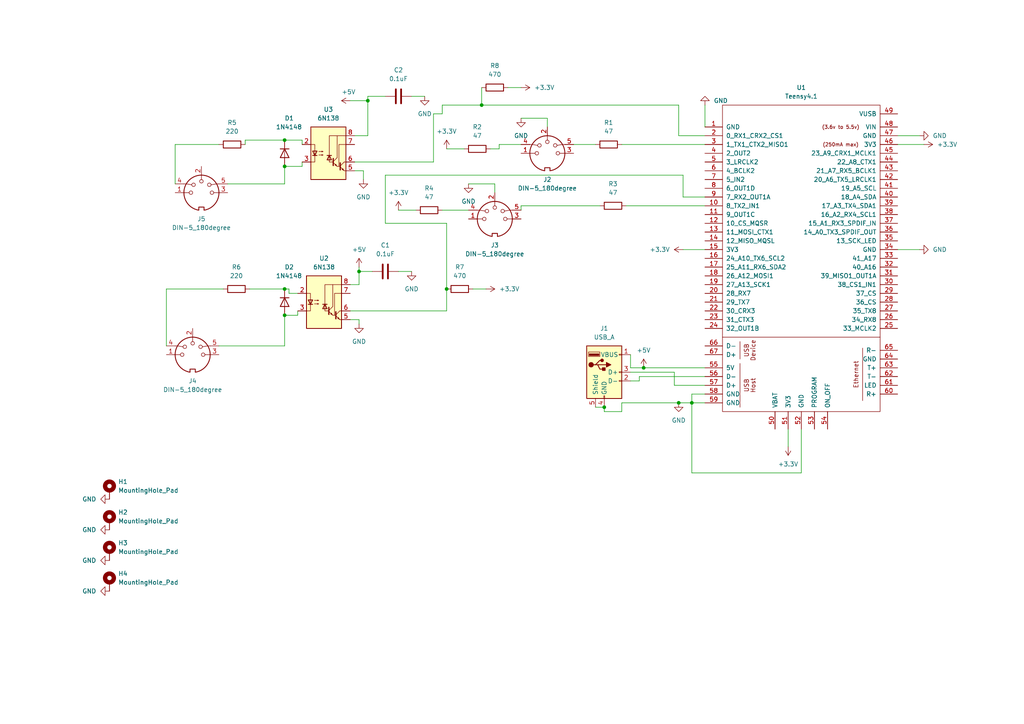
<source format=kicad_sch>
(kicad_sch (version 20211123) (generator eeschema)
  (paper "A4")
  (lib_symbols
    (symbol "Connector:DIN-5_180degree" (pin_names (offset 1.016))
      (property "Reference" "J" (at 3.175 5.715 0))
      (property "Value" "DIN-5_180degree" (at 0 -6.35 0))
      (symbol "DIN-5_180degree_0_1"
        (arc (start -5.08 0) (mid -3.8609 -3.3364) (end -0.762 -5.08) (stroke (width 0.254)))
        (circle (center -3.048 0) (radius 0.508))
        (circle (center -2.286 2.286) (radius 0.508))
        (polyline (pts (xy -5.08 0) (xy -3.556 0)))
        (polyline (pts (xy 0 5.08) (xy 0 3.81)))
        (polyline (pts (xy 5.08 0) (xy 3.556 0)))
        (polyline (pts (xy -5.08 2.54) (xy -4.318 2.54) (xy -2.794 2.286)))
        (polyline (pts (xy 5.08 2.54) (xy 4.318 2.54) (xy 2.794 2.286)))
        (polyline (pts (xy -0.762 -4.953) (xy -0.762 -4.191) (xy 0.762 -4.191) (xy 0.762 -4.953)) (stroke (width 0.254)))
        (circle (center 0 3.302) (radius 0.508))
        (arc (start 0.762 -5.08) (mid 3.8685 -3.343) (end 5.08 0) (stroke (width 0.254)))
        (circle (center 2.286 2.286) (radius 0.508))
        (circle (center 3.048 0) (radius 0.508))
        (arc (start 5.08 0) (mid 0 5.08) (end -5.08 0) (stroke (width 0.254)))
      )
      (symbol "DIN-5_180degree_1_1"
        (pin passive line (at -7.62 0 0) (length 2.54) (name "~") (number "1"))
        (pin passive line (at 0 7.62 270) (length 2.54) (name "~") (number "2"))
        (pin passive line (at 7.62 0 180) (length 2.54) (name "~") (number "3"))
        (pin passive line (at -7.62 2.54 0) (length 2.54) (name "~") (number "4"))
        (pin passive line (at 7.62 2.54 180) (length 2.54) (name "~") (number "5"))
      )
    )
    (symbol "Connector:USB_A" (pin_names (offset 1.016))
      (property "Reference" "J" (at -5.08 11.43 0))
      (property "Value" "USB_A" (at -5.08 8.89 0))
      (symbol "USB_A_0_1"
        (rectangle (start -5.08 -7.62) (end 5.08 7.62) (stroke (width 0.254)) (fill (type background)))
        (circle (center -3.81 2.159) (radius 0.635) (stroke (width 0.254)) (fill (type outline)))
        (rectangle (start -1.524 4.826) (end -4.318 5.334) (fill (type outline)))
        (rectangle (start -1.27 4.572) (end -4.572 5.842))
        (circle (center -0.635 3.429) (radius 0.381) (stroke (width 0.254)) (fill (type outline)))
        (rectangle (start -0.127 -7.62) (end 0.127 -6.858))
        (polyline (pts (xy -3.175 2.159) (xy -2.54 2.159) (xy -1.27 3.429) (xy -0.635 3.429)) (stroke (width 0.254)))
        (polyline (pts (xy -2.54 2.159) (xy -1.905 2.159) (xy -1.27 0.889) (xy 0 0.889)) (stroke (width 0.254)))
        (polyline (pts (xy 0.635 2.794) (xy 0.635 1.524) (xy 1.905 2.159) (xy 0.635 2.794)) (stroke (width 0.254)) (fill (type outline)))
        (rectangle (start 0.254 1.27) (end -0.508 0.508) (stroke (width 0.254)) (fill (type outline)))
        (rectangle (start 5.08 -2.667) (end 4.318 -2.413))
        (rectangle (start 5.08 -0.127) (end 4.318 0.127))
        (rectangle (start 5.08 4.953) (end 4.318 5.207))
      )
      (symbol "USB_A_1_1"
        (polyline (pts (xy -1.905 2.159) (xy 0.635 2.159)) (stroke (width 0.254)))
        (pin power_in line (at 7.62 5.08 180) (length 2.54) (name "VBUS") (number "1"))
        (pin bidirectional line (at 7.62 -2.54 180) (length 2.54) (name "D-") (number "2"))
        (pin bidirectional line (at 7.62 0 180) (length 2.54) (name "D+") (number "3"))
        (pin power_in line (at 0 -10.16 90) (length 2.54) (name "GND") (number "4"))
        (pin passive line (at -2.54 -10.16 90) (length 2.54) (name "Shield") (number "5"))
      )
    )
    (symbol "Device:C" (pin_numbers hide) (pin_names (offset 0.254))
      (property "Reference" "C" (at 0.635 2.54 0))
      (property "Value" "C" (at 0.635 -2.54 0))
      (symbol "C_0_1"
        (polyline (pts (xy -2.032 -0.762) (xy 2.032 -0.762)) (stroke (width 0.508)))
        (polyline (pts (xy -2.032 0.762) (xy 2.032 0.762)) (stroke (width 0.508)))
      )
      (symbol "C_1_1"
        (pin passive line (at 0 3.81 270) (length 2.794) (name "~") (number "1"))
        (pin passive line (at 0 -3.81 90) (length 2.794) (name "~") (number "2"))
      )
    )
    (symbol "Device:R" (pin_numbers hide) (pin_names (offset 0))
      (property "Reference" "R" (at 2.032 0 90))
      (property "Value" "R" (at 0 0 90))
      (symbol "R_0_1"
        (rectangle (start -1.016 -2.54) (end 1.016 2.54) (stroke (width 0.254)))
      )
      (symbol "R_1_1"
        (pin passive line (at 0 3.81 270) (length 1.27) (name "~") (number "1"))
        (pin passive line (at 0 -3.81 90) (length 1.27) (name "~") (number "2"))
      )
    )
    (symbol "Diode:1N4148" (pin_numbers hide) (pin_names hide)
      (property "Reference" "D" (at 0 2.54 0))
      (property "Value" "1N4148" (at 0 -2.54 0))
      (symbol "1N4148_0_1"
        (polyline (pts (xy -1.27 1.27) (xy -1.27 -1.27)) (stroke (width 0.254)))
        (polyline (pts (xy 1.27 0) (xy -1.27 0)))
        (polyline (pts (xy 1.27 1.27) (xy 1.27 -1.27) (xy -1.27 0) (xy 1.27 1.27)) (stroke (width 0.254)))
      )
      (symbol "1N4148_1_1"
        (pin passive line (at -3.81 0 0) (length 2.54) (name "K") (number "1"))
        (pin passive line (at 3.81 0 180) (length 2.54) (name "A") (number "2"))
      )
    )
    (symbol "Isolator:6N138" (pin_names (offset 1.016) hide)
      (property "Reference" "U" (at -4.064 8.89 0))
      (property "Value" "6N138" (at 2.286 8.89 0))
      (symbol "6N138_0_1"
        (rectangle (start -5.08 7.62) (end 5.08 -7.62) (stroke (width 0.254)) (fill (type background)))
        (polyline (pts (xy -4.572 -0.635) (xy -3.302 -0.635)) (stroke (width 0.254)))
        (polyline (pts (xy 0.889 -0.635) (xy -0.381 -0.635)) (stroke (width 0.254)))
        (polyline (pts (xy 1.397 -2.667) (xy 2.54 -3.81)))
        (polyline (pts (xy 1.397 -2.413) (xy 2.54 -1.27)))
        (polyline (pts (xy 2.54 -3.81) (xy 3.175 -3.81)))
        (polyline (pts (xy 3.429 -3.937) (xy 4.572 -5.08)))
        (polyline (pts (xy 3.429 -3.683) (xy 4.572 -2.54)))
        (polyline (pts (xy 4.572 -5.08) (xy 5.08 -5.08)))
        (polyline (pts (xy 4.572 -2.54) (xy 5.08 -2.54)))
        (polyline (pts (xy 1.397 -1.524) (xy 1.397 -3.556) (xy 1.397 -3.556)) (stroke (width 0.3556)))
        (polyline (pts (xy 2.54 -1.27) (xy 2.54 5.08) (xy 5.08 5.08)))
        (polyline (pts (xy 3.429 -2.794) (xy 3.429 -4.826) (xy 3.429 -4.826)) (stroke (width 0.3556)))
        (polyline (pts (xy 5.08 2.54) (xy 3.048 2.54) (xy 3.048 -3.81)))
        (polyline (pts (xy -5.08 -2.54) (xy -3.937 -2.54) (xy -3.937 2.54) (xy -5.08 2.54)))
        (polyline (pts (xy -3.937 -0.635) (xy -4.572 0.635) (xy -3.302 0.635) (xy -3.937 -0.635)) (stroke (width 0.254)))
        (polyline (pts (xy 0.254 -0.635) (xy 0.889 -1.905) (xy -0.381 -1.905) (xy 0.254 -0.635)) (stroke (width 0.254)))
        (polyline (pts (xy 1.27 -2.54) (xy 0.254 -2.54) (xy 0.254 5.08) (xy 2.54 5.08)))
        (polyline (pts (xy 2.413 -3.683) (xy 2.159 -3.175) (xy 1.905 -3.429) (xy 2.413 -3.683)))
        (polyline (pts (xy 4.445 -4.953) (xy 4.191 -4.445) (xy 3.937 -4.699) (xy 4.445 -4.953)))
        (polyline (pts (xy -2.794 -0.508) (xy -1.524 -0.508) (xy -1.905 -0.635) (xy -1.905 -0.381) (xy -1.524 -0.508)))
        (polyline (pts (xy -2.794 0.508) (xy -1.524 0.508) (xy -1.905 0.381) (xy -1.905 0.635) (xy -1.524 0.508)))
      )
      (symbol "6N138_1_1"
        (pin no_connect line (at -5.08 5.08 0) (length 2.54) hide (name "NC") (number "1"))
        (pin passive line (at -7.62 2.54 0) (length 2.54) (name "C1") (number "2"))
        (pin passive line (at -7.62 -2.54 0) (length 2.54) (name "C2") (number "3"))
        (pin no_connect line (at -5.08 -5.08 0) (length 2.54) hide (name "NC") (number "4"))
        (pin passive line (at 7.62 -5.08 180) (length 2.54) (name "GND") (number "5"))
        (pin passive line (at 7.62 -2.54 180) (length 2.54) (name "VO2") (number "6"))
        (pin passive line (at 7.62 2.54 180) (length 2.54) (name "VO1") (number "7"))
        (pin passive line (at 7.62 5.08 180) (length 2.54) (name "VCC") (number "8"))
      )
    )
    (symbol "Mechanical:MountingHole_Pad" (pin_numbers hide) (pin_names (offset 1.016) hide)
      (property "Reference" "H" (at 0 6.35 0))
      (property "Value" "MountingHole_Pad" (at 0 4.445 0))
      (symbol "MountingHole_Pad_0_1"
        (circle (center 0 1.27) (radius 1.27) (stroke (width 1.27)))
      )
      (symbol "MountingHole_Pad_1_1"
        (pin input line (at 0 -2.54 90) (length 2.54) (name "1") (number "1"))
      )
    )
    (symbol "power:+3.3V" (power) (pin_names (offset 0))
      (property "Value" "+3.3V" (at 0 3.556 0))
      (symbol "+3.3V_0_1"
        (polyline (pts (xy -0.762 1.27) (xy 0 2.54)))
        (polyline (pts (xy 0 0) (xy 0 2.54)))
        (polyline (pts (xy 0 2.54) (xy 0.762 1.27)))
      )
      (symbol "+3.3V_1_1"
        (pin power_in line (at 0 0 90) (length 0) hide (name "+3.3V") (number "1"))
      )
    )
    (symbol "power:+5V" (power) (pin_names (offset 0))
      (property "Value" "+5V" (at 0 3.556 0))
      (symbol "+5V_0_1"
        (polyline (pts (xy -0.762 1.27) (xy 0 2.54)))
        (polyline (pts (xy 0 0) (xy 0 2.54)))
        (polyline (pts (xy 0 2.54) (xy 0.762 1.27)))
      )
      (symbol "+5V_1_1"
        (pin power_in line (at 0 0 90) (length 0) hide (name "+5V") (number "1"))
      )
    )
    (symbol "power:GND" (power) (pin_names (offset 0))
      (property "Value" "GND" (at 0 -3.81 0))
      (symbol "GND_0_1"
        (polyline (pts (xy 0 0) (xy 0 -1.27) (xy 1.27 -1.27) (xy 0 -2.54) (xy -1.27 -1.27) (xy 0 -1.27)))
      )
      (symbol "GND_1_1"
        (pin power_in line (at 0 0 270) (length 0) hide (name "GND") (number "1"))
      )
    )
    (symbol "teensy:Teensy4.1" (pin_names (offset 1.016))
      (property "Reference" "U" (at 0 64.77 0))
      (property "Value" "Teensy4.1" (at 0 62.23 0))
      (symbol "Teensy4.1_0_0"
        (polyline (pts (xy -22.86 -6.35) (xy 22.86 -6.35)))
        (polyline (pts (xy -17.78 -26.67) (xy -17.78 -13.97)))
        (polyline (pts (xy -17.78 -7.62) (xy -17.78 -12.7)))
        (polyline (pts (xy 17.78 -9.525) (xy 17.78 -24.765)))
        (text "(250mA max)" (at 11.43 49.53 0) (effects (font (size 1.016 1.016))))
        (text "(3.6v to 5.5v)" (at 11.43 54.61 0) (effects (font (size 1.016 1.016))))
        (text "Device" (at -13.97 -10.16 900) (effects (font (size 1.27 1.27))))
        (text "Ethernet" (at 15.875 -17.145 900) (effects (font (size 1.27 1.27))))
        (text "Host" (at -13.97 -20.32 900) (effects (font (size 1.27 1.27))))
        (text "USB" (at -15.875 -20.32 900) (effects (font (size 1.27 1.27))))
        (text "USB" (at -15.875 -10.16 900) (effects (font (size 1.27 1.27))))
        (pin bidirectional line (at -27.94 31.75 0) (length 5.08) (name "8_TX2_IN1") (number "10"))
        (pin bidirectional line (at -27.94 29.21 0) (length 5.08) (name "9_OUT1C") (number "11"))
        (pin bidirectional line (at -27.94 26.67 0) (length 5.08) (name "10_CS_MQSR") (number "12"))
        (pin bidirectional line (at -27.94 24.13 0) (length 5.08) (name "11_MOSI_CTX1") (number "13"))
        (pin bidirectional line (at -27.94 21.59 0) (length 5.08) (name "12_MISO_MQSL") (number "14"))
        (pin power_in line (at -27.94 19.05 0) (length 5.08) (name "3V3") (number "15"))
        (pin bidirectional line (at -27.94 16.51 0) (length 5.08) (name "24_A10_TX6_SCL2") (number "16"))
        (pin bidirectional line (at -27.94 13.97 0) (length 5.08) (name "25_A11_RX6_SDA2") (number "17"))
        (pin bidirectional line (at -27.94 11.43 0) (length 5.08) (name "26_A12_MOSI1") (number "18"))
        (pin bidirectional line (at -27.94 8.89 0) (length 5.08) (name "27_A13_SCK1") (number "19"))
        (pin bidirectional line (at -27.94 6.35 0) (length 5.08) (name "28_RX7") (number "20"))
        (pin bidirectional line (at -27.94 3.81 0) (length 5.08) (name "29_TX7") (number "21"))
        (pin bidirectional line (at -27.94 1.27 0) (length 5.08) (name "30_CRX3") (number "22"))
        (pin bidirectional line (at -27.94 -1.27 0) (length 5.08) (name "31_CTX3") (number "23"))
        (pin bidirectional line (at -27.94 -3.81 0) (length 5.08) (name "32_OUT1B") (number "24"))
        (pin bidirectional line (at 27.94 -3.81 180) (length 5.08) (name "33_MCLK2") (number "25"))
        (pin bidirectional line (at 27.94 -1.27 180) (length 5.08) (name "34_RX8") (number "26"))
        (pin bidirectional line (at 27.94 1.27 180) (length 5.08) (name "35_TX8") (number "27"))
        (pin bidirectional line (at 27.94 3.81 180) (length 5.08) (name "36_CS") (number "28"))
        (pin bidirectional line (at 27.94 6.35 180) (length 5.08) (name "37_CS") (number "29"))
        (pin bidirectional line (at 27.94 8.89 180) (length 5.08) (name "38_CS1_IN1") (number "30"))
        (pin bidirectional line (at 27.94 11.43 180) (length 5.08) (name "39_MISO1_OUT1A") (number "31"))
        (pin bidirectional line (at 27.94 13.97 180) (length 5.08) (name "40_A16") (number "32"))
        (pin bidirectional line (at 27.94 16.51 180) (length 5.08) (name "41_A17") (number "33"))
        (pin bidirectional line (at 27.94 21.59 180) (length 5.08) (name "13_SCK_LED") (number "35"))
        (pin bidirectional line (at 27.94 24.13 180) (length 5.08) (name "14_A0_TX3_SPDIF_OUT") (number "36"))
        (pin bidirectional line (at 27.94 26.67 180) (length 5.08) (name "15_A1_RX3_SPDIF_IN") (number "37"))
        (pin bidirectional line (at 27.94 29.21 180) (length 5.08) (name "16_A2_RX4_SCL1") (number "38"))
        (pin bidirectional line (at 27.94 31.75 180) (length 5.08) (name "17_A3_TX4_SDA1") (number "39"))
        (pin bidirectional line (at 27.94 34.29 180) (length 5.08) (name "18_A4_SDA") (number "40"))
        (pin bidirectional line (at 27.94 36.83 180) (length 5.08) (name "19_A5_SCL") (number "41"))
        (pin bidirectional line (at 27.94 39.37 180) (length 5.08) (name "20_A6_TX5_LRCLK1") (number "42"))
        (pin bidirectional line (at 27.94 41.91 180) (length 5.08) (name "21_A7_RX5_BCLK1") (number "43"))
        (pin bidirectional line (at 27.94 44.45 180) (length 5.08) (name "22_A8_CTX1") (number "44"))
        (pin bidirectional line (at 27.94 46.99 180) (length 5.08) (name "23_A9_CRX1_MCLK1") (number "45"))
        (pin output line (at 27.94 49.53 180) (length 5.08) (name "3V3") (number "46"))
        (pin output line (at 27.94 52.07 180) (length 5.08) (name "GND") (number "47"))
        (pin power_in line (at 27.94 54.61 180) (length 5.08) (name "VIN") (number "48"))
        (pin power_out line (at 27.94 58.42 180) (length 5.08) (name "VUSB") (number "49"))
        (pin bidirectional line (at -27.94 44.45 0) (length 5.08) (name "3_LRCLK2") (number "5"))
        (pin power_in line (at -7.62 -33.02 90) (length 5.08) (name "VBAT") (number "50"))
        (pin power_in line (at -3.81 -33.02 90) (length 5.08) (name "3V3") (number "51"))
        (pin input line (at 0 -33.02 90) (length 5.08) (name "GND") (number "52"))
        (pin input line (at 3.81 -33.02 90) (length 5.08) (name "PROGRAM") (number "53"))
        (pin input line (at 7.62 -33.02 90) (length 5.08) (name "ON_OFF") (number "54"))
        (pin power_out line (at -27.94 -15.24 0) (length 5.08) (name "5V") (number "55"))
        (pin bidirectional line (at -27.94 -17.78 0) (length 5.08) (name "D-") (number "56"))
        (pin bidirectional line (at -27.94 -20.32 0) (length 5.08) (name "D+") (number "57"))
        (pin power_in line (at -27.94 -22.86 0) (length 5.08) (name "GND") (number "58"))
        (pin power_in line (at -27.94 -25.4 0) (length 5.08) (name "GND") (number "59"))
        (pin bidirectional line (at -27.94 41.91 0) (length 5.08) (name "4_BCLK2") (number "6"))
        (pin bidirectional line (at 27.94 -22.86 180) (length 5.08) (name "R+") (number "60"))
        (pin bidirectional line (at 27.94 -20.32 180) (length 5.08) (name "LED") (number "61"))
        (pin bidirectional line (at 27.94 -17.78 180) (length 5.08) (name "T-") (number "62"))
        (pin bidirectional line (at 27.94 -15.24 180) (length 5.08) (name "T+") (number "63"))
        (pin power_in line (at 27.94 -12.7 180) (length 5.08) (name "GND") (number "64"))
        (pin bidirectional line (at 27.94 -10.16 180) (length 5.08) (name "R-") (number "65"))
        (pin bidirectional line (at -27.94 -8.89 0) (length 5.08) (name "D-") (number "66"))
        (pin bidirectional line (at -27.94 -11.43 0) (length 5.08) (name "D+") (number "67"))
        (pin bidirectional line (at -27.94 39.37 0) (length 5.08) (name "5_IN2") (number "7"))
        (pin bidirectional line (at -27.94 36.83 0) (length 5.08) (name "6_OUT1D") (number "8"))
        (pin bidirectional line (at -27.94 34.29 0) (length 5.08) (name "7_RX2_OUT1A") (number "9"))
      )
      (symbol "Teensy4.1_0_1"
        (rectangle (start -22.86 60.96) (end 22.86 -27.94))
        (rectangle (start -20.32 -1.27) (end -20.32 -1.27))
      )
      (symbol "Teensy4.1_1_1"
        (pin power_in line (at -27.94 54.61 0) (length 5.08) (name "GND") (number "1"))
        (pin bidirectional line (at -27.94 52.07 0) (length 5.08) (name "0_RX1_CRX2_CS1") (number "2"))
        (pin bidirectional line (at -27.94 49.53 0) (length 5.08) (name "1_TX1_CTX2_MISO1") (number "3"))
        (pin power_in line (at 27.94 19.05 180) (length 5.08) (name "GND") (number "34"))
        (pin bidirectional line (at -27.94 46.99 0) (length 5.08) (name "2_OUT2") (number "4"))
      )
    )
  )
  (junction (at 175.26 118.11))
  (junction (at 186.69 106.68))
  (junction (at 106.68 29.21))
  (junction (at 196.85 116.84))
  (junction (at 104.14 78.74))
  (junction (at 82.55 40.64))
  (junction (at 82.55 91.44))
  (junction (at 139.7 30.48))
  (junction (at 129.54 83.82))
  (junction (at 82.55 48.26))
  (junction (at 200.66 116.84))
  (junction (at 82.55 83.82))
  (wire (pts (xy 151.13 59.69) (xy 151.13 60.96)))
  (wire (pts (xy 105.41 49.53) (xy 102.87 49.53)))
  (wire (pts (xy 128.27 60.96) (xy 135.89 60.96)))
  (wire (pts (xy 196.85 39.37) (xy 204.47 39.37)))
  (wire (pts (xy 48.26 83.82) (xy 64.77 83.82)))
  (wire (pts (xy 82.55 91.44) (xy 86.36 91.44)))
  (wire (pts (xy 82.55 40.64) (xy 87.63 40.64)))
  (wire (pts (xy 144.78 41.91) (xy 144.78 43.18)))
  (wire (pts (xy 63.5 100.33) (xy 82.55 100.33)))
  (wire (pts (xy 195.58 111.76) (xy 195.58 107.95)))
  (wire (pts (xy 106.68 29.21) (xy 106.68 39.37)))
  (wire (pts (xy 48.26 83.82) (xy 48.26 100.33)))
  (wire (pts (xy 204.47 116.84) (xy 200.66 116.84)))
  (wire (pts (xy 172.72 118.11) (xy 175.26 118.11)))
  (wire (pts (xy 129.54 83.82) (xy 129.54 64.77)))
  (wire (pts (xy 195.58 107.95) (xy 182.88 107.95)))
  (wire (pts (xy 129.54 64.77) (xy 111.76 64.77)))
  (wire (pts (xy 143.51 55.88) (xy 143.51 53.34)))
  (wire (pts (xy 83.82 83.82) (xy 82.55 83.82)))
  (wire (pts (xy 182.88 106.68) (xy 182.88 102.87)))
  (wire (pts (xy 82.55 48.26) (xy 87.63 48.26)))
  (wire (pts (xy 151.13 41.91) (xy 144.78 41.91)))
  (wire (pts (xy 86.36 90.17) (xy 86.36 91.44)))
  (wire (pts (xy 105.41 52.07) (xy 105.41 49.53)))
  (wire (pts (xy 82.55 100.33) (xy 82.55 91.44)))
  (wire (pts (xy 86.36 85.09) (xy 83.82 85.09)))
  (wire (pts (xy 204.47 114.3) (xy 200.66 114.3)))
  (wire (pts (xy 87.63 46.99) (xy 87.63 48.26)))
  (wire (pts (xy 180.34 116.84) (xy 180.34 119.38)))
  (wire (pts (xy 185.42 110.49) (xy 182.88 110.49)))
  (wire (pts (xy 200.66 137.16) (xy 200.66 116.84)))
  (wire (pts (xy 158.75 34.29) (xy 151.13 34.29)))
  (wire (pts (xy 104.14 93.98) (xy 104.14 92.71)))
  (wire (pts (xy 260.35 41.91) (xy 267.97 41.91)))
  (wire (pts (xy 115.57 60.96) (xy 120.65 60.96)))
  (wire (pts (xy 102.87 39.37) (xy 106.68 39.37)))
  (wire (pts (xy 139.7 25.4) (xy 139.7 30.48)))
  (wire (pts (xy 111.76 50.8) (xy 198.12 50.8)))
  (wire (pts (xy 186.69 106.68) (xy 182.88 106.68)))
  (wire (pts (xy 104.14 78.74) (xy 107.95 78.74)))
  (wire (pts (xy 104.14 77.47) (xy 104.14 78.74)))
  (wire (pts (xy 87.63 40.64) (xy 87.63 41.91)))
  (wire (pts (xy 158.75 36.83) (xy 158.75 34.29)))
  (wire (pts (xy 102.87 46.99) (xy 125.73 46.99)))
  (wire (pts (xy 137.16 83.82) (xy 140.97 83.82)))
  (wire (pts (xy 83.82 85.09) (xy 83.82 83.82)))
  (wire (pts (xy 185.42 109.22) (xy 185.42 110.49)))
  (wire (pts (xy 139.7 30.48) (xy 196.85 30.48)))
  (wire (pts (xy 115.57 78.74) (xy 119.38 78.74)))
  (wire (pts (xy 128.27 30.48) (xy 139.7 30.48)))
  (wire (pts (xy 204.47 111.76) (xy 195.58 111.76)))
  (wire (pts (xy 82.55 40.64) (xy 71.12 40.64)))
  (wire (pts (xy 260.35 39.37) (xy 266.7 39.37)))
  (wire (pts (xy 129.54 43.18) (xy 134.62 43.18)))
  (wire (pts (xy 175.26 119.38) (xy 175.26 118.11)))
  (wire (pts (xy 101.6 92.71) (xy 104.14 92.71)))
  (wire (pts (xy 128.27 33.02) (xy 128.27 30.48)))
  (wire (pts (xy 200.66 114.3) (xy 200.66 116.84)))
  (wire (pts (xy 101.6 82.55) (xy 104.14 82.55)))
  (wire (pts (xy 106.68 27.94) (xy 111.76 27.94)))
  (wire (pts (xy 50.8 41.91) (xy 63.5 41.91)))
  (wire (pts (xy 173.99 59.69) (xy 151.13 59.69)))
  (wire (pts (xy 232.41 124.46) (xy 232.41 137.16)))
  (wire (pts (xy 198.12 50.8) (xy 198.12 57.15)))
  (wire (pts (xy 200.66 116.84) (xy 196.85 116.84)))
  (wire (pts (xy 119.38 27.94) (xy 123.19 27.94)))
  (wire (pts (xy 66.04 53.34) (xy 82.55 53.34)))
  (wire (pts (xy 232.41 137.16) (xy 200.66 137.16)))
  (wire (pts (xy 204.47 106.68) (xy 186.69 106.68)))
  (wire (pts (xy 198.12 57.15) (xy 204.47 57.15)))
  (wire (pts (xy 143.51 53.34) (xy 135.89 53.34)))
  (wire (pts (xy 180.34 119.38) (xy 175.26 119.38)))
  (wire (pts (xy 129.54 90.17) (xy 129.54 83.82)))
  (wire (pts (xy 50.8 53.34) (xy 50.8 41.91)))
  (wire (pts (xy 106.68 27.94) (xy 106.68 29.21)))
  (wire (pts (xy 181.61 59.69) (xy 204.47 59.69)))
  (wire (pts (xy 125.73 33.02) (xy 128.27 33.02)))
  (wire (pts (xy 125.73 46.99) (xy 125.73 33.02)))
  (wire (pts (xy 144.78 43.18) (xy 142.24 43.18)))
  (wire (pts (xy 147.32 25.4) (xy 151.13 25.4)))
  (wire (pts (xy 82.55 83.82) (xy 72.39 83.82)))
  (wire (pts (xy 228.6 124.46) (xy 228.6 129.54)))
  (wire (pts (xy 196.85 116.84) (xy 180.34 116.84)))
  (wire (pts (xy 204.47 30.48) (xy 204.47 36.83)))
  (wire (pts (xy 166.37 41.91) (xy 172.72 41.91)))
  (wire (pts (xy 71.12 40.64) (xy 71.12 41.91)))
  (wire (pts (xy 82.55 48.26) (xy 82.55 53.34)))
  (wire (pts (xy 111.76 64.77) (xy 111.76 50.8)))
  (wire (pts (xy 204.47 109.22) (xy 185.42 109.22)))
  (wire (pts (xy 104.14 78.74) (xy 104.14 82.55)))
  (wire (pts (xy 196.85 30.48) (xy 196.85 39.37)))
  (wire (pts (xy 101.6 29.21) (xy 106.68 29.21)))
  (wire (pts (xy 101.6 90.17) (xy 129.54 90.17)))
  (wire (pts (xy 198.12 72.39) (xy 204.47 72.39)))
  (wire (pts (xy 180.34 41.91) (xy 204.47 41.91)))
  (wire (pts (xy 260.35 72.39) (xy 266.7 72.39)))
  (symbol (lib_id "Diode:1N4148") (at 82.55 44.45 270) (unit 1)
    (property "Reference" "D1" (at 82.55 34.29 90) (effects (justify left)))
    (property "Value" "1N4148" (at 80.01 36.83 90) (effects (justify left)))
    (property "Footprint" "Diode_THT:D_DO-35_SOD27_P7.62mm_Horizontal" (effects hide))
    (property "Datasheet" "https://assets.nexperia.com/documents/data-sheet/1N4148_1N4448.pdf" (effects hide))
  )
  (symbol (lib_id "power:+3.3V") (at 198.12 72.39 90) (unit 1)
    (property "Reference" "#PWR0103" (effects hide))
    (property "Value" "+3.3V" (at 194.31 72.3899 90) (effects (justify left)))
  )
  (symbol (lib_id "Device:C") (at 115.57 27.94 90) (unit 1)
    (property "Reference" "C2" (at 115.57 20.32 90))
    (property "Value" "0.1uF" (at 115.57 22.86 90))
    (property "Footprint" "Capacitor_THT:C_Disc_D4.3mm_W1.9mm_P5.00mm" (effects hide))
  )
  (symbol (lib_id "power:GND") (at 104.14 93.98 0) (unit 1)
    (property "Reference" "#PWR010" (effects hide))
    (property "Value" "GND" (at 104.14 99.06 0))
  )
  (symbol (lib_id "Diode:1N4148") (at 82.55 87.63 270) (unit 1)
    (property "Reference" "D2" (at 82.55 77.47 90) (effects (justify left)))
    (property "Value" "1N4148" (at 80.01 80.01 90) (effects (justify left)))
    (property "Footprint" "Diode_THT:D_DO-35_SOD27_P7.62mm_Horizontal" (effects hide))
    (property "Datasheet" "https://assets.nexperia.com/documents/data-sheet/1N4148_1N4448.pdf" (effects hide))
  )
  (symbol (lib_id "power:GND") (at 31.75 162.56 270) (unit 1)
    (property "Reference" "#PWR019" (effects hide))
    (property "Value" "GND" (at 27.94 162.5599 90) (effects (justify right)))
  )
  (symbol (lib_id "Isolator:6N138") (at 95.25 44.45 0) (unit 1)
    (property "Reference" "U3" (at 95.25 31.75 0))
    (property "Value" "6N138" (at 95.25 34.29 0))
    (property "Footprint" "Package_DIP:DIP-8_W7.62mm_Socket" (effects hide))
    (property "Datasheet" "http://www.onsemi.com/pub/Collateral/HCPL2731-D.pdf" (effects hide))
  )
  (symbol (lib_id "power:GND") (at 151.13 34.29 0) (unit 1)
    (property "Reference" "#PWR06" (effects hide))
    (property "Value" "GND" (at 151.13 39.37 0))
  )
  (symbol (lib_id "Isolator:6N138") (at 93.98 87.63 0) (unit 1)
    (property "Reference" "U2" (at 93.98 74.93 0))
    (property "Value" "6N138" (at 93.98 77.47 0))
    (property "Footprint" "Package_DIP:DIP-8_W7.62mm_Socket" (effects hide))
    (property "Datasheet" "http://www.onsemi.com/pub/Collateral/HCPL2731-D.pdf" (effects hide))
  )
  (symbol (lib_id "Device:R") (at 177.8 59.69 270) (unit 1)
    (property "Reference" "R3" (at 177.8 53.34 90))
    (property "Value" "47" (at 177.8 55.88 90))
    (property "Footprint" "Resistor_THT:R_Axial_DIN0204_L3.6mm_D1.6mm_P2.54mm_Vertical" (effects hide))
  )
  (symbol (lib_id "Connector:DIN-5_180degree") (at 58.42 55.88 0) (unit 1)
    (property "Reference" "J5" (at 58.4201 63.5 0))
    (property "Value" "DIN-5_180degree" (at 58.4201 66.04 0))
    (property "Footprint" "Eurocad:MIDI_DIN5" (effects hide))
    (property "Datasheet" "http://www.mouser.com/ds/2/18/40_c091_abd_e-75918.pdf" (effects hide))
  )
  (symbol (lib_id "power:+3.3V") (at 267.97 41.91 270) (unit 1)
    (property "Reference" "#PWR0101" (effects hide))
    (property "Value" "+3.3V" (at 271.78 41.9099 90) (effects (justify left)))
  )
  (symbol (lib_id "power:+3.3V") (at 129.54 43.18 0) (unit 1)
    (property "Reference" "#PWR04" (effects hide))
    (property "Value" "+3.3V" (at 129.54 38.1 0))
  )
  (symbol (lib_id "Device:R") (at 176.53 41.91 90) (unit 1)
    (property "Reference" "R1" (at 176.53 35.56 90))
    (property "Value" "47" (at 176.53 38.1 90))
    (property "Footprint" "Resistor_THT:R_Axial_DIN0204_L3.6mm_D1.6mm_P2.54mm_Vertical" (effects hide))
  )
  (symbol (lib_id "power:GND") (at 31.75 171.45 270) (unit 1)
    (property "Reference" "#PWR020" (effects hide))
    (property "Value" "GND" (at 27.94 171.4499 90) (effects (justify right)))
  )
  (symbol (lib_id "power:GND") (at 266.7 39.37 90) (unit 1)
    (property "Reference" "#PWR0102" (effects hide))
    (property "Value" "GND" (at 270.51 39.3699 90) (effects (justify right)))
  )
  (symbol (lib_id "power:+3.3V") (at 151.13 25.4 270) (unit 1)
    (property "Reference" "#PWR015" (effects hide))
    (property "Value" "+3.3V" (at 154.94 25.3999 90) (effects (justify left)))
  )
  (symbol (lib_id "power:GND") (at 204.47 30.48 180) (unit 1)
    (property "Reference" "#PWR02" (effects hide))
    (property "Value" "GND" (at 207.01 29.2099 0) (effects (justify right)))
  )
  (symbol (lib_id "teensy:Teensy4.1") (at 232.41 91.44 0) (unit 1)
    (property "Reference" "U1" (at 232.41 25.4 0))
    (property "Value" "Teensy4.1" (at 232.41 27.94 0))
    (property "Footprint" "Teensy Models:Teensy41" (effects hide))
  )
  (symbol (lib_id "power:GND") (at 135.89 53.34 0) (unit 1)
    (property "Reference" "#PWR07" (effects hide))
    (property "Value" "GND" (at 135.89 58.42 0))
  )
  (symbol (lib_id "Device:R") (at 143.51 25.4 90) (unit 1)
    (property "Reference" "R8" (at 143.51 19.05 90))
    (property "Value" "470" (at 143.51 21.59 90))
    (property "Footprint" "Resistor_THT:R_Axial_DIN0204_L3.6mm_D1.6mm_P2.54mm_Vertical" (effects hide))
  )
  (symbol (lib_id "Mechanical:MountingHole_Pad") (at 31.75 160.02 0) (unit 1)
    (property "Reference" "H3" (at 34.29 157.4799 0) (effects (justify left)))
    (property "Value" "MountingHole_Pad" (at 34.29 160.0199 0) (effects (justify left)))
    (property "Footprint" "MountingHole:MountingHole_3.2mm_M3_Pad" (effects hide))
  )
  (symbol (lib_id "Connector:USB_A") (at 175.26 107.95 0) (unit 1)
    (property "Reference" "J1" (at 175.26 95.25 0))
    (property "Value" "USB_A" (at 175.26 97.79 0))
    (property "Footprint" "Connector_USB:USB_A_Stewart_SS-52100-001_Horizontal" (effects hide))
    (property "Datasheet" " ~" (effects hide))
  )
  (symbol (lib_id "Device:R") (at 67.31 41.91 90) (unit 1)
    (property "Reference" "R5" (at 67.31 35.56 90))
    (property "Value" "220" (at 67.31 38.1 90))
    (property "Footprint" "Resistor_THT:R_Axial_DIN0204_L3.6mm_D1.6mm_P2.54mm_Vertical" (effects hide))
  )
  (symbol (lib_id "Mechanical:MountingHole_Pad") (at 31.75 168.91 0) (unit 1)
    (property "Reference" "H4" (at 34.29 166.3699 0) (effects (justify left)))
    (property "Value" "MountingHole_Pad" (at 34.29 168.9099 0) (effects (justify left)))
    (property "Footprint" "MountingHole:MountingHole_3.2mm_M3_Pad" (effects hide))
  )
  (symbol (lib_id "Mechanical:MountingHole_Pad") (at 31.75 151.13 0) (unit 1)
    (property "Reference" "H2" (at 34.29 148.5899 0) (effects (justify left)))
    (property "Value" "MountingHole_Pad" (at 34.29 151.1299 0) (effects (justify left)))
    (property "Footprint" "MountingHole:MountingHole_3.2mm_M3_Pad" (effects hide))
  )
  (symbol (lib_id "Device:R") (at 133.35 83.82 90) (unit 1)
    (property "Reference" "R7" (at 133.35 77.47 90))
    (property "Value" "470" (at 133.35 80.01 90))
    (property "Footprint" "Resistor_THT:R_Axial_DIN0204_L3.6mm_D1.6mm_P2.54mm_Vertical" (effects hide))
  )
  (symbol (lib_id "power:+5V") (at 104.14 77.47 0) (unit 1)
    (property "Reference" "#PWR09" (effects hide))
    (property "Value" "+5V" (at 104.14 72.39 0))
  )
  (symbol (lib_id "power:GND") (at 123.19 27.94 0) (unit 1)
    (property "Reference" "#PWR013" (effects hide))
    (property "Value" "GND" (at 123.19 33.02 0))
  )
  (symbol (lib_id "power:+5V") (at 186.69 106.68 0) (unit 1)
    (property "Reference" "#PWR016" (effects hide))
    (property "Value" "+5V" (at 186.69 101.6 0))
  )
  (symbol (lib_id "power:+3.3V") (at 228.6 129.54 180) (unit 1)
    (property "Reference" "#PWR0104" (effects hide))
    (property "Value" "+3.3V" (at 228.6 134.62 0))
  )
  (symbol (lib_id "Connector:DIN-5_180degree") (at 158.75 44.45 0) (unit 1)
    (property "Reference" "J2" (at 158.7501 52.07 0))
    (property "Value" "DIN-5_180degree" (at 158.7501 54.61 0))
    (property "Footprint" "Eurocad:MIDI_DIN5" (effects hide))
    (property "Datasheet" "http://www.mouser.com/ds/2/18/40_c091_abd_e-75918.pdf" (effects hide))
  )
  (symbol (lib_id "power:+3.3V") (at 115.57 60.96 0) (unit 1)
    (property "Reference" "#PWR05" (effects hide))
    (property "Value" "+3.3V" (at 115.57 55.88 0))
  )
  (symbol (lib_id "Device:R") (at 68.58 83.82 90) (unit 1)
    (property "Reference" "R6" (at 68.58 77.47 90))
    (property "Value" "220" (at 68.58 80.01 90))
    (property "Footprint" "Resistor_THT:R_Axial_DIN0204_L3.6mm_D1.6mm_P2.54mm_Vertical" (effects hide))
  )
  (symbol (lib_id "Connector:DIN-5_180degree") (at 143.51 63.5 0) (unit 1)
    (property "Reference" "J3" (at 143.5101 71.12 0))
    (property "Value" "DIN-5_180degree" (at 143.5101 73.66 0))
    (property "Footprint" "Eurocad:MIDI_DIN5" (effects hide))
    (property "Datasheet" "http://www.mouser.com/ds/2/18/40_c091_abd_e-75918.pdf" (effects hide))
  )
  (symbol (lib_id "Connector:DIN-5_180degree") (at 55.88 102.87 0) (unit 1)
    (property "Reference" "J4" (at 55.8801 110.49 0))
    (property "Value" "DIN-5_180degree" (at 55.8801 113.03 0))
    (property "Footprint" "Eurocad:MIDI_DIN5" (effects hide))
    (property "Datasheet" "http://www.mouser.com/ds/2/18/40_c091_abd_e-75918.pdf" (effects hide))
  )
  (symbol (lib_id "power:GND") (at 31.75 153.67 270) (unit 1)
    (property "Reference" "#PWR018" (effects hide))
    (property "Value" "GND" (at 27.94 153.6699 90) (effects (justify right)))
  )
  (symbol (lib_id "power:+3.3V") (at 140.97 83.82 270) (unit 1)
    (property "Reference" "#PWR014" (effects hide))
    (property "Value" "+3.3V" (at 144.78 83.8199 90) (effects (justify left)))
  )
  (symbol (lib_id "power:+5V") (at 101.6 29.21 90) (unit 1)
    (property "Reference" "#PWR08" (effects hide))
    (property "Value" "+5V" (at 99.06 26.67 90) (effects (justify right)))
  )
  (symbol (lib_id "Device:R") (at 124.46 60.96 90) (unit 1)
    (property "Reference" "R4" (at 124.46 54.61 90))
    (property "Value" "47" (at 124.46 57.15 90))
    (property "Footprint" "Resistor_THT:R_Axial_DIN0204_L3.6mm_D1.6mm_P2.54mm_Vertical" (effects hide))
  )
  (symbol (lib_id "power:GND") (at 196.85 116.84 0) (unit 1)
    (property "Reference" "#PWR01" (effects hide))
    (property "Value" "GND" (at 196.85 121.92 0))
  )
  (symbol (lib_id "power:GND") (at 266.7 72.39 90) (unit 1)
    (property "Reference" "#PWR03" (effects hide))
    (property "Value" "GND" (at 270.51 72.3899 90) (effects (justify right)))
  )
  (symbol (lib_id "Device:C") (at 111.76 78.74 90) (unit 1)
    (property "Reference" "C1" (at 111.76 71.12 90))
    (property "Value" "0.1uF" (at 111.76 73.66 90))
    (property "Footprint" "Capacitor_THT:C_Disc_D4.3mm_W1.9mm_P5.00mm" (effects hide))
  )
  (symbol (lib_id "Device:R") (at 138.43 43.18 90) (unit 1)
    (property "Reference" "R2" (at 138.43 36.83 90))
    (property "Value" "47" (at 138.43 39.37 90))
    (property "Footprint" "Resistor_THT:R_Axial_DIN0204_L3.6mm_D1.6mm_P2.54mm_Vertical" (effects hide))
  )
  (symbol (lib_id "power:GND") (at 31.75 144.78 270) (unit 1)
    (property "Reference" "#PWR017" (effects hide))
    (property "Value" "GND" (at 27.94 144.7799 90) (effects (justify right)))
  )
  (symbol (lib_id "power:GND") (at 119.38 78.74 0) (unit 1)
    (property "Reference" "#PWR012" (effects hide))
    (property "Value" "GND" (at 119.38 83.82 0))
  )
  (symbol (lib_id "power:GND") (at 105.41 52.07 0) (unit 1)
    (property "Reference" "#PWR011" (effects hide))
    (property "Value" "GND" (at 105.41 57.15 0))
  )
  (symbol (lib_id "Mechanical:MountingHole_Pad") (at 31.75 142.24 0) (unit 1)
    (property "Reference" "H1" (at 34.29 139.6999 0) (effects (justify left)))
    (property "Value" "MountingHole_Pad" (at 34.29 142.2399 0) (effects (justify left)))
    (property "Footprint" "MountingHole:MountingHole_3.2mm_M3_Pad" (effects hide))
  )
)
</source>
